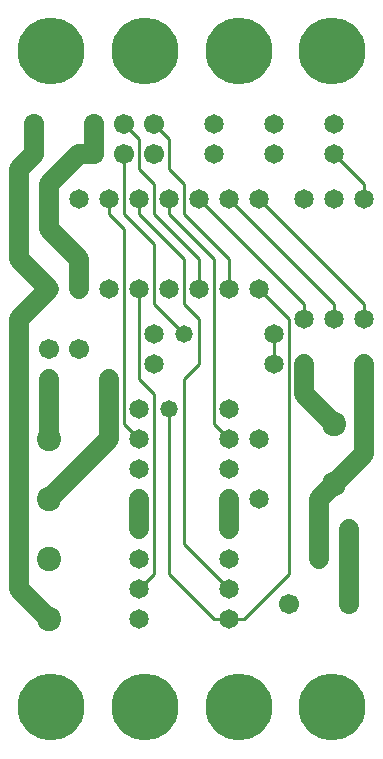
<source format=gtl>
%MOIN*%
%FSLAX25Y25*%
G04 D10 used for Character Trace; *
G04     Circle (OD=.01000) (No hole)*
G04 D11 used for Power Trace; *
G04     Circle (OD=.06700) (No hole)*
G04 D12 used for Signal Trace; *
G04     Circle (OD=.01100) (No hole)*
G04 D13 used for Via; *
G04     Circle (OD=.05800) (Round. Hole ID=.02800)*
G04 D14 used for Component hole; *
G04     Circle (OD=.06500) (Round. Hole ID=.03500)*
G04 D15 used for Component hole; *
G04     Circle (OD=.06700) (Round. Hole ID=.04300)*
G04 D16 used for Component hole; *
G04     Circle (OD=.08100) (Round. Hole ID=.05100)*
G04 D17 used for Component hole; *
G04     Circle (OD=.08900) (Round. Hole ID=.05900)*
G04 D18 used for Component hole; *
G04     Circle (OD=.11300) (Round. Hole ID=.08300)*
G04 D19 used for Component hole; *
G04     Circle (OD=.16000) (Round. Hole ID=.13000)*
G04 D20 used for Component hole; *
G04     Circle (OD=.18300) (Round. Hole ID=.15300)*
G04 D21 used for Component hole; *
G04     Circle (OD=.22291) (Round. Hole ID=.19291)*
%ADD10C,.01000*%
%ADD11C,.06700*%
%ADD12C,.01100*%
%ADD13C,.05800*%
%ADD14C,.06500*%
%ADD15C,.06700*%
%ADD16C,.08100*%
%ADD17C,.08900*%
%ADD18C,.11300*%
%ADD19C,.16000*%
%ADD20C,.18300*%
%ADD21C,.22291*%
%IPPOS*%
%LPD*%
G90*X0Y0D02*D21*X15625Y15625D03*D14*              
X45000Y45000D03*D16*X15000D03*D11*X5000Y55000D01* 
Y95000D01*D13*D03*D11*Y135000D01*D15*D03*D11*     
Y145000D01*X15000Y155000D01*D14*D03*D11*          
X5000Y165000D01*Y195000D01*X10000Y200000D01*D15*  
D03*D11*Y210000D01*D15*D03*D11*X15000Y190000D02*  
X25000Y200000D01*X15000Y175000D02*Y190000D01*D14* 
Y175000D03*D11*X25000Y165000D01*Y155000D01*D14*   
D03*X35000D03*D12*X40000Y110000D02*Y175000D01*    
X45000Y105000D02*X40000Y110000D01*D14*            
X45000Y105000D03*D13*X55000Y115000D03*D12*        
Y60000D01*X70000Y45000D01*X75000D01*D14*D03*D12*  
X80000D01*X95000Y60000D01*Y145000D01*             
X85000Y155000D01*D14*D03*D12*X75000D02*Y165000D01*
D14*Y155000D03*D12*X65000D02*Y165000D01*D14*      
Y155000D03*D12*Y145000D02*X60000Y150000D01*       
X65000Y130000D02*Y145000D01*X60000Y125000D02*     
X65000Y130000D01*X60000Y70000D02*Y125000D01*      
X75000Y55000D02*X60000Y70000D01*D14*              
X75000Y55000D03*Y65000D03*D15*X95000Y50000D03*D14*
X75000Y75000D03*D11*Y85000D01*D14*D03*X85000D03*  
X75000Y95000D03*X85000Y105000D03*X75000D03*D12*   
X70000Y110000D01*Y165000D01*X55000Y180000D01*     
Y185000D01*D14*D03*D12*X75000Y165000D02*          
X60000Y180000D01*X65000Y165000D02*                
X50000Y180000D01*Y190000D01*X45000Y195000D01*     
Y205000D01*X40000Y210000D01*D15*D03*              
X50000Y200000D03*X30000D03*D11*X25000D01*         
X30000D02*Y210000D01*D15*D03*X40000Y200000D03*D12*
Y180000D01*X50000Y170000D01*Y150000D01*           
X60000Y140000D01*D13*D03*D14*X50000Y130000D03*D12*
X60000Y150000D02*Y165000D01*X45000Y180000D01*     
Y185000D01*D14*D03*D12*X60000Y190000D02*          
X55000Y195000D01*X60000Y180000D02*Y190000D01*D14* 
X65000Y185000D03*D12*X100000Y150000D01*Y145000D01*
D14*D03*X110000D03*D12*Y150000D01*                
X75000Y185000D01*D14*D03*X85000D03*D12*           
X120000Y150000D01*Y145000D01*D14*D03*Y130000D03*  
D11*Y100000D01*X110000Y90000D01*D16*D03*D11*      
X105000Y85000D01*Y65000D01*D13*D03*               
X115000Y75000D03*D11*Y50000D01*D15*D03*D21*       
X78125Y15625D03*X109375D03*D16*X110000Y110000D03* 
D11*X100000Y120000D01*Y130000D01*D14*D03*         
X90000Y140000D03*D12*Y130000D01*D14*D03*          
X75000Y115000D03*X55000Y155000D03*                
X50000Y140000D03*D12*Y60000D02*Y120000D01*        
X45000Y55000D02*X50000Y60000D01*D14*              
X45000Y55000D03*Y65000D03*Y75000D03*D11*Y85000D01*
D14*D03*Y95000D03*D11*X15000Y85000D02*            
X35000Y105000D01*D16*X15000Y85000D03*D11*         
X35000Y105000D02*Y125000D01*D14*D03*              
X45000Y115000D03*D15*X25000Y135000D03*D12*        
X50000Y120000D02*X45000Y125000D01*Y155000D01*D14* 
D03*D12*X40000Y175000D02*X35000Y180000D01*        
Y185000D01*D14*D03*X25000D03*D12*X55000Y195000D02*
Y205000D01*X50000Y210000D01*D15*D03*D14*          
X70000Y200000D03*Y210000D03*D21*X46875Y234375D03* 
X78125D03*X15625D03*D14*X90000Y200000D03*         
Y210000D03*X100000Y185000D03*X110000D03*          
Y200000D03*D12*X120000Y190000D01*Y185000D01*D14*  
D03*X110000Y210000D03*D21*X109375Y234375D03*D15*  
X15000Y135000D03*D14*Y125000D03*D11*Y105000D01*   
D16*D03*Y65000D03*D21*X46875Y15625D03*M02*        

</source>
